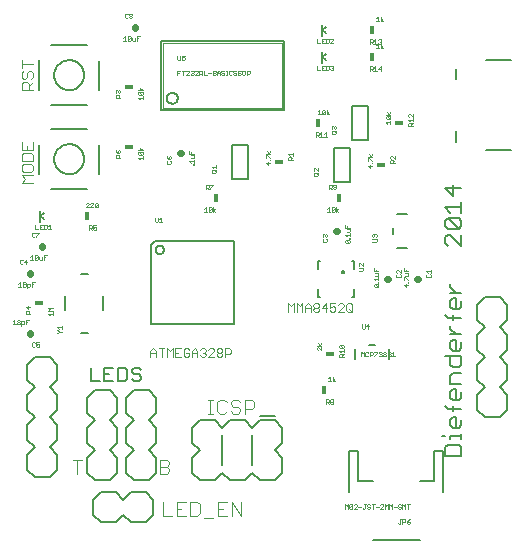
<source format=gto>
G75*
%MOIN*%
%OFA0B0*%
%FSLAX24Y24*%
%IPPOS*%
%LPD*%
%AMOC8*
5,1,8,0,0,1.08239X$1,22.5*
%
%ADD10C,0.0040*%
%ADD11C,0.0020*%
%ADD12C,0.0030*%
%ADD13C,0.0050*%
%ADD14C,0.0060*%
%ADD15C,0.0010*%
%ADD16C,0.0070*%
%ADD17C,0.0220*%
%ADD18R,0.0300X0.0180*%
%ADD19C,0.0080*%
%ADD20R,0.0180X0.0300*%
D10*
X003773Y003220D02*
X003773Y003680D01*
X003620Y003680D02*
X003927Y003680D01*
X006520Y003680D02*
X006520Y003220D01*
X006750Y003220D01*
X006827Y003297D01*
X006827Y003373D01*
X006750Y003450D01*
X006520Y003450D01*
X006750Y003450D02*
X006827Y003527D01*
X006827Y003604D01*
X006750Y003680D01*
X006520Y003680D01*
X006620Y002280D02*
X006620Y001820D01*
X006927Y001820D01*
X007080Y001820D02*
X007387Y001820D01*
X007541Y001820D02*
X007771Y001820D01*
X007848Y001897D01*
X007848Y002204D01*
X007771Y002280D01*
X007541Y002280D01*
X007541Y001820D01*
X007234Y002050D02*
X007080Y002050D01*
X007080Y002280D02*
X007080Y001820D01*
X007080Y002280D02*
X007387Y002280D01*
X008001Y001743D02*
X008308Y001743D01*
X008462Y001820D02*
X008768Y001820D01*
X008922Y001820D02*
X008922Y002280D01*
X009229Y001820D01*
X009229Y002280D01*
X008768Y002280D02*
X008462Y002280D01*
X008462Y001820D01*
X008462Y002050D02*
X008615Y002050D01*
X008669Y005220D02*
X008746Y005297D01*
X008669Y005220D02*
X008516Y005220D01*
X008439Y005297D01*
X008439Y005604D01*
X008516Y005680D01*
X008669Y005680D01*
X008746Y005604D01*
X008899Y005604D02*
X008976Y005680D01*
X009129Y005680D01*
X009206Y005604D01*
X009360Y005680D02*
X009590Y005680D01*
X009667Y005604D01*
X009667Y005450D01*
X009590Y005373D01*
X009360Y005373D01*
X009360Y005220D02*
X009360Y005680D01*
X009129Y005450D02*
X008976Y005450D01*
X008899Y005527D01*
X008899Y005604D01*
X009129Y005450D02*
X009206Y005373D01*
X009206Y005297D01*
X009129Y005220D01*
X008976Y005220D01*
X008899Y005297D01*
X008285Y005220D02*
X008132Y005220D01*
X008209Y005220D02*
X008209Y005680D01*
X008285Y005680D02*
X008132Y005680D01*
D11*
X008144Y007110D02*
X008330Y007297D01*
X008330Y007344D01*
X008284Y007390D01*
X008190Y007390D01*
X008144Y007344D01*
X008054Y007344D02*
X008054Y007297D01*
X008008Y007250D01*
X008054Y007203D01*
X008054Y007157D01*
X008008Y007110D01*
X007914Y007110D01*
X007867Y007157D01*
X007778Y007110D02*
X007778Y007297D01*
X007685Y007390D01*
X007591Y007297D01*
X007591Y007110D01*
X007502Y007157D02*
X007502Y007250D01*
X007408Y007250D01*
X007315Y007157D02*
X007362Y007110D01*
X007455Y007110D01*
X007502Y007157D01*
X007591Y007250D02*
X007778Y007250D01*
X007867Y007344D02*
X007914Y007390D01*
X008008Y007390D01*
X008054Y007344D01*
X008008Y007250D02*
X007961Y007250D01*
X008144Y007110D02*
X008330Y007110D01*
X008420Y007157D02*
X008420Y007203D01*
X008467Y007250D01*
X008560Y007250D01*
X008607Y007203D01*
X008607Y007157D01*
X008560Y007110D01*
X008467Y007110D01*
X008420Y007157D01*
X008467Y007250D02*
X008420Y007297D01*
X008420Y007344D01*
X008467Y007390D01*
X008560Y007390D01*
X008607Y007344D01*
X008607Y007297D01*
X008560Y007250D01*
X008696Y007203D02*
X008836Y007203D01*
X008883Y007250D01*
X008883Y007344D01*
X008836Y007390D01*
X008696Y007390D01*
X008696Y007110D01*
X007502Y007344D02*
X007455Y007390D01*
X007362Y007390D01*
X007315Y007344D01*
X007315Y007157D01*
X007226Y007110D02*
X007039Y007110D01*
X007039Y007390D01*
X007226Y007390D01*
X007132Y007250D02*
X007039Y007250D01*
X006949Y007390D02*
X006949Y007110D01*
X006762Y007110D02*
X006762Y007390D01*
X006856Y007297D01*
X006949Y007390D01*
X006673Y007390D02*
X006486Y007390D01*
X006580Y007390D02*
X006580Y007110D01*
X006397Y007110D02*
X006397Y007297D01*
X006303Y007390D01*
X006210Y007297D01*
X006210Y007110D01*
X006210Y007250D02*
X006397Y007250D01*
X010810Y008610D02*
X010810Y008890D01*
X010903Y008797D01*
X010997Y008890D01*
X010997Y008610D01*
X011086Y008610D02*
X011086Y008890D01*
X011180Y008797D01*
X011273Y008890D01*
X011273Y008610D01*
X011362Y008610D02*
X011362Y008797D01*
X011456Y008890D01*
X011549Y008797D01*
X011549Y008610D01*
X011639Y008657D02*
X011639Y008703D01*
X011685Y008750D01*
X011779Y008750D01*
X011826Y008703D01*
X011826Y008657D01*
X011779Y008610D01*
X011685Y008610D01*
X011639Y008657D01*
X011685Y008750D02*
X011639Y008797D01*
X011639Y008844D01*
X011685Y008890D01*
X011779Y008890D01*
X011826Y008844D01*
X011826Y008797D01*
X011779Y008750D01*
X011915Y008750D02*
X012102Y008750D01*
X012191Y008750D02*
X012191Y008890D01*
X012378Y008890D01*
X012467Y008844D02*
X012514Y008890D01*
X012608Y008890D01*
X012654Y008844D01*
X012654Y008797D01*
X012467Y008610D01*
X012654Y008610D01*
X012744Y008657D02*
X012744Y008844D01*
X012790Y008890D01*
X012884Y008890D01*
X012930Y008844D01*
X012930Y008657D01*
X012884Y008610D01*
X012790Y008610D01*
X012744Y008657D01*
X012837Y008703D02*
X012930Y008610D01*
X012378Y008657D02*
X012331Y008610D01*
X012238Y008610D01*
X012191Y008657D01*
X012191Y008750D02*
X012285Y008797D01*
X012331Y008797D01*
X012378Y008750D01*
X012378Y008657D01*
X012055Y008610D02*
X012055Y008890D01*
X011915Y008750D01*
X011549Y008750D02*
X011362Y008750D01*
X010583Y015412D02*
X006617Y015412D01*
X006617Y017588D01*
X010583Y017588D01*
X010583Y015412D01*
D12*
X002285Y016015D02*
X001915Y016015D01*
X001915Y016200D01*
X001976Y016262D01*
X002100Y016262D01*
X002162Y016200D01*
X002162Y016015D01*
X002162Y016138D02*
X002285Y016262D01*
X002223Y016383D02*
X002285Y016445D01*
X002285Y016568D01*
X002223Y016630D01*
X002162Y016630D01*
X002100Y016568D01*
X002100Y016445D01*
X002038Y016383D01*
X001976Y016383D01*
X001915Y016445D01*
X001915Y016568D01*
X001976Y016630D01*
X001915Y016752D02*
X001915Y016999D01*
X001915Y016875D02*
X002285Y016875D01*
X002285Y014267D02*
X002285Y014020D01*
X001915Y014020D01*
X001915Y014267D01*
X002100Y014143D02*
X002100Y014020D01*
X002223Y013899D02*
X001976Y013899D01*
X001915Y013837D01*
X001915Y013652D01*
X002285Y013652D01*
X002285Y013837D01*
X002223Y013899D01*
X002223Y013530D02*
X001976Y013530D01*
X001915Y013468D01*
X001915Y013345D01*
X001976Y013283D01*
X002223Y013283D01*
X002285Y013345D01*
X002285Y013468D01*
X002223Y013530D01*
X002285Y013162D02*
X001915Y013162D01*
X002038Y013038D01*
X001915Y012915D01*
X002285Y012915D01*
D13*
X004213Y006755D02*
X004213Y006305D01*
X004514Y006305D01*
X004674Y006305D02*
X004974Y006305D01*
X005134Y006305D02*
X005359Y006305D01*
X005434Y006380D01*
X005434Y006680D01*
X005359Y006755D01*
X005134Y006755D01*
X005134Y006305D01*
X004824Y006530D02*
X004674Y006530D01*
X004674Y006755D02*
X004674Y006305D01*
X004674Y006755D02*
X004974Y006755D01*
X005595Y006680D02*
X005595Y006605D01*
X005670Y006530D01*
X005820Y006530D01*
X005895Y006455D01*
X005895Y006380D01*
X005820Y006305D01*
X005670Y006305D01*
X005595Y006380D01*
X005595Y006680D02*
X005670Y006755D01*
X005820Y006755D01*
X005895Y006680D01*
X007600Y004750D02*
X007850Y005000D01*
X008350Y005000D01*
X008600Y004750D01*
X008850Y005000D01*
X009350Y005000D01*
X009600Y004750D01*
X009850Y005000D01*
X010350Y005000D01*
X010600Y004750D01*
X010600Y004250D01*
X010350Y004000D01*
X010600Y003750D01*
X010600Y003250D01*
X010350Y003000D01*
X009850Y003000D01*
X009600Y003250D01*
X009350Y003000D01*
X008850Y003000D01*
X008600Y003250D01*
X008350Y003000D01*
X007850Y003000D01*
X007600Y003250D01*
X007600Y003750D01*
X007850Y004000D01*
X007600Y004250D01*
X007600Y004750D01*
X008600Y004500D02*
X008600Y003500D01*
X009600Y003500D02*
X009600Y004500D01*
X009850Y005150D02*
X010350Y005150D01*
X012597Y009936D02*
X012599Y009948D01*
X012604Y009959D01*
X012613Y009968D01*
X012624Y009973D01*
X012636Y009975D01*
X012648Y009973D01*
X012659Y009968D01*
X012668Y009959D01*
X012673Y009948D01*
X012675Y009936D01*
X012673Y009924D01*
X012668Y009913D01*
X012659Y009904D01*
X012648Y009899D01*
X012636Y009897D01*
X012624Y009899D01*
X012613Y009904D01*
X012604Y009913D01*
X012599Y009924D01*
X012597Y009936D01*
X016025Y010907D02*
X016116Y010815D01*
X016025Y010907D02*
X016025Y011090D01*
X016116Y011182D01*
X016208Y011182D01*
X016575Y010815D01*
X016575Y011182D01*
X016483Y011368D02*
X016116Y011735D01*
X016483Y011735D01*
X016575Y011643D01*
X016575Y011459D01*
X016483Y011368D01*
X016116Y011368D01*
X016025Y011459D01*
X016025Y011643D01*
X016116Y011735D01*
X016208Y011920D02*
X016025Y012104D01*
X016575Y012104D01*
X016575Y012287D02*
X016575Y011920D01*
X016300Y012473D02*
X016300Y012839D01*
X016575Y012748D02*
X016025Y012748D01*
X016300Y012473D01*
X016208Y009525D02*
X016208Y009433D01*
X016392Y009250D01*
X016575Y009250D02*
X016208Y009250D01*
X016300Y009064D02*
X016392Y009064D01*
X016392Y008697D01*
X016483Y008697D02*
X016300Y008697D01*
X016208Y008789D01*
X016208Y008973D01*
X016300Y009064D01*
X016575Y008789D02*
X016483Y008697D01*
X016575Y008789D02*
X016575Y008973D01*
X016300Y008512D02*
X016300Y008329D01*
X016116Y008421D02*
X016025Y008512D01*
X016116Y008421D02*
X016575Y008421D01*
X016208Y008144D02*
X016208Y008052D01*
X016392Y007869D01*
X016575Y007869D02*
X016208Y007869D01*
X016300Y007683D02*
X016392Y007683D01*
X016392Y007316D01*
X016483Y007316D02*
X016300Y007316D01*
X016208Y007408D01*
X016208Y007591D01*
X016300Y007683D01*
X016575Y007591D02*
X016575Y007408D01*
X016483Y007316D01*
X016575Y007131D02*
X016575Y006855D01*
X016483Y006764D01*
X016300Y006764D01*
X016208Y006855D01*
X016208Y007131D01*
X016025Y007131D02*
X016575Y007131D01*
X016575Y006578D02*
X016300Y006578D01*
X016208Y006486D01*
X016208Y006211D01*
X016575Y006211D01*
X016392Y006026D02*
X016392Y005659D01*
X016483Y005659D02*
X016300Y005659D01*
X016208Y005750D01*
X016208Y005934D01*
X016300Y006026D01*
X016392Y006026D01*
X016575Y005934D02*
X016575Y005750D01*
X016483Y005659D01*
X016300Y005474D02*
X016300Y005290D01*
X016300Y005105D02*
X016392Y005105D01*
X016392Y004738D01*
X016483Y004738D02*
X016300Y004738D01*
X016208Y004830D01*
X016208Y005013D01*
X016300Y005105D01*
X016116Y005382D02*
X016025Y005474D01*
X016116Y005382D02*
X016575Y005382D01*
X016575Y005013D02*
X016575Y004830D01*
X016483Y004738D01*
X016575Y004553D02*
X016575Y004370D01*
X016575Y004461D02*
X016208Y004461D01*
X016208Y004370D01*
X016025Y004461D02*
X015933Y004461D01*
X016116Y004184D02*
X016025Y004092D01*
X016025Y003817D01*
X016575Y003817D01*
X016575Y004092D01*
X016483Y004184D01*
X016116Y004184D01*
D14*
X008980Y008220D02*
X006220Y008220D01*
X006220Y010840D01*
X006360Y010980D01*
X008980Y010980D01*
X008980Y008220D01*
X006379Y010680D02*
X006381Y010703D01*
X006387Y010726D01*
X006396Y010747D01*
X006409Y010767D01*
X006425Y010784D01*
X006443Y010798D01*
X006463Y010809D01*
X006485Y010817D01*
X006508Y010821D01*
X006532Y010821D01*
X006555Y010817D01*
X006577Y010809D01*
X006597Y010798D01*
X006615Y010784D01*
X006631Y010767D01*
X006644Y010747D01*
X006653Y010726D01*
X006659Y010703D01*
X006661Y010680D01*
X006659Y010657D01*
X006653Y010634D01*
X006644Y010613D01*
X006631Y010593D01*
X006615Y010576D01*
X006597Y010562D01*
X006577Y010551D01*
X006555Y010543D01*
X006532Y010539D01*
X006508Y010539D01*
X006485Y010543D01*
X006463Y010551D01*
X006443Y010562D01*
X006425Y010576D01*
X006409Y010593D01*
X006396Y010613D01*
X006387Y010634D01*
X006381Y010657D01*
X006379Y010680D01*
X008940Y013040D02*
X008940Y014160D01*
X009460Y014160D01*
X009460Y013040D01*
X008940Y013040D01*
X010647Y015348D02*
X006553Y015348D01*
X006553Y017652D01*
X010647Y017652D01*
X010647Y015348D01*
X012340Y014060D02*
X012340Y012940D01*
X012860Y012940D01*
X012860Y014060D01*
X012340Y014060D01*
X012940Y014340D02*
X012940Y015460D01*
X013460Y015460D01*
X013460Y014340D01*
X012940Y014340D01*
X006756Y015732D02*
X006758Y015758D01*
X006764Y015784D01*
X006773Y015809D01*
X006786Y015832D01*
X006802Y015853D01*
X006821Y015871D01*
X006843Y015887D01*
X006866Y015899D01*
X006891Y015907D01*
X006917Y015912D01*
X006944Y015913D01*
X006970Y015910D01*
X006995Y015903D01*
X007020Y015893D01*
X007042Y015879D01*
X007063Y015862D01*
X007080Y015843D01*
X007095Y015821D01*
X007106Y015797D01*
X007114Y015771D01*
X007118Y015745D01*
X007118Y015719D01*
X007114Y015693D01*
X007106Y015667D01*
X007095Y015643D01*
X007080Y015621D01*
X007063Y015602D01*
X007042Y015585D01*
X007020Y015571D01*
X006995Y015561D01*
X006970Y015554D01*
X006944Y015551D01*
X006917Y015552D01*
X006891Y015557D01*
X006866Y015565D01*
X006843Y015577D01*
X006821Y015593D01*
X006802Y015611D01*
X006786Y015632D01*
X006773Y015655D01*
X006764Y015680D01*
X006758Y015706D01*
X006756Y015732D01*
D15*
X005945Y015755D02*
X005795Y015755D01*
X005845Y015705D01*
X005945Y015705D02*
X005945Y015805D01*
X005920Y015852D02*
X005820Y015952D01*
X005920Y015952D01*
X005945Y015927D01*
X005945Y015877D01*
X005920Y015852D01*
X005820Y015852D01*
X005795Y015877D01*
X005795Y015927D01*
X005820Y015952D01*
X005795Y016000D02*
X005945Y016000D01*
X005895Y016000D02*
X005845Y016075D01*
X005895Y016000D02*
X005945Y016075D01*
X005195Y015977D02*
X005195Y015927D01*
X005170Y015902D01*
X005195Y015855D02*
X005145Y015805D01*
X005145Y015830D02*
X005145Y015755D01*
X005195Y015755D02*
X005045Y015755D01*
X005045Y015830D01*
X005070Y015855D01*
X005120Y015855D01*
X005145Y015830D01*
X005070Y015902D02*
X005045Y015927D01*
X005045Y015977D01*
X005070Y016002D01*
X005095Y016002D01*
X005120Y015977D01*
X005145Y016002D01*
X005170Y016002D01*
X005195Y015977D01*
X005120Y015977D02*
X005120Y015952D01*
X005305Y017655D02*
X005405Y017655D01*
X005355Y017655D02*
X005355Y017805D01*
X005305Y017755D01*
X005452Y017780D02*
X005452Y017680D01*
X005552Y017780D01*
X005552Y017680D01*
X005527Y017655D01*
X005477Y017655D01*
X005452Y017680D01*
X005452Y017780D02*
X005477Y017805D01*
X005527Y017805D01*
X005552Y017780D01*
X005600Y017755D02*
X005600Y017680D01*
X005625Y017655D01*
X005700Y017655D01*
X005700Y017755D01*
X005747Y017730D02*
X005797Y017730D01*
X005747Y017655D02*
X005747Y017805D01*
X005847Y017805D01*
X005577Y018405D02*
X005527Y018405D01*
X005502Y018430D01*
X005502Y018455D01*
X005527Y018480D01*
X005577Y018480D01*
X005602Y018455D01*
X005602Y018430D01*
X005577Y018405D01*
X005577Y018480D02*
X005602Y018505D01*
X005602Y018530D01*
X005577Y018555D01*
X005527Y018555D01*
X005502Y018530D01*
X005502Y018505D01*
X005527Y018480D01*
X005455Y018430D02*
X005430Y018405D01*
X005380Y018405D01*
X005355Y018430D01*
X005355Y018530D01*
X005380Y018555D01*
X005430Y018555D01*
X005455Y018530D01*
X007105Y017155D02*
X007105Y017030D01*
X007130Y017005D01*
X007180Y017005D01*
X007205Y017030D01*
X007205Y017155D01*
X007252Y017155D02*
X007252Y017080D01*
X007302Y017105D01*
X007327Y017105D01*
X007352Y017080D01*
X007352Y017030D01*
X007327Y017005D01*
X007277Y017005D01*
X007252Y017030D01*
X007252Y017155D02*
X007352Y017155D01*
X007352Y016655D02*
X007252Y016655D01*
X007205Y016655D02*
X007105Y016655D01*
X007105Y016505D01*
X007105Y016580D02*
X007155Y016580D01*
X007302Y016505D02*
X007302Y016655D01*
X007400Y016630D02*
X007425Y016655D01*
X007475Y016655D01*
X007500Y016630D01*
X007500Y016605D01*
X007400Y016505D01*
X007500Y016505D01*
X007547Y016530D02*
X007572Y016505D01*
X007622Y016505D01*
X007647Y016530D01*
X007647Y016555D01*
X007622Y016580D01*
X007597Y016580D01*
X007622Y016580D02*
X007647Y016605D01*
X007647Y016630D01*
X007622Y016655D01*
X007572Y016655D01*
X007547Y016630D01*
X007694Y016630D02*
X007719Y016655D01*
X007769Y016655D01*
X007794Y016630D01*
X007794Y016605D01*
X007694Y016505D01*
X007794Y016505D01*
X007842Y016505D02*
X007842Y016655D01*
X007917Y016655D01*
X007942Y016630D01*
X007942Y016580D01*
X007917Y016555D01*
X007842Y016555D01*
X007892Y016555D02*
X007942Y016505D01*
X007989Y016505D02*
X008089Y016505D01*
X008136Y016580D02*
X008236Y016580D01*
X008284Y016580D02*
X008359Y016580D01*
X008384Y016555D01*
X008384Y016530D01*
X008359Y016505D01*
X008284Y016505D01*
X008284Y016655D01*
X008359Y016655D01*
X008384Y016630D01*
X008384Y016605D01*
X008359Y016580D01*
X008431Y016580D02*
X008531Y016580D01*
X008531Y016605D02*
X008531Y016505D01*
X008578Y016530D02*
X008603Y016505D01*
X008653Y016505D01*
X008678Y016530D01*
X008678Y016555D01*
X008653Y016580D01*
X008603Y016580D01*
X008578Y016605D01*
X008578Y016630D01*
X008603Y016655D01*
X008653Y016655D01*
X008678Y016630D01*
X008726Y016655D02*
X008776Y016655D01*
X008751Y016655D02*
X008751Y016505D01*
X008726Y016505D02*
X008776Y016505D01*
X008824Y016530D02*
X008849Y016505D01*
X008899Y016505D01*
X008924Y016530D01*
X008971Y016530D02*
X008996Y016505D01*
X009046Y016505D01*
X009071Y016530D01*
X009071Y016555D01*
X009046Y016580D01*
X008996Y016580D01*
X008971Y016605D01*
X008971Y016630D01*
X008996Y016655D01*
X009046Y016655D01*
X009071Y016630D01*
X009118Y016630D02*
X009118Y016605D01*
X009143Y016580D01*
X009194Y016580D01*
X009219Y016555D01*
X009219Y016530D01*
X009194Y016505D01*
X009143Y016505D01*
X009118Y016530D01*
X009118Y016630D02*
X009143Y016655D01*
X009194Y016655D01*
X009219Y016630D01*
X009266Y016630D02*
X009266Y016530D01*
X009291Y016505D01*
X009341Y016505D01*
X009366Y016530D01*
X009366Y016630D01*
X009341Y016655D01*
X009291Y016655D01*
X009266Y016630D01*
X009413Y016655D02*
X009413Y016505D01*
X009413Y016555D02*
X009488Y016555D01*
X009513Y016580D01*
X009513Y016630D01*
X009488Y016655D01*
X009413Y016655D01*
X008924Y016630D02*
X008899Y016655D01*
X008849Y016655D01*
X008824Y016630D01*
X008824Y016530D01*
X008531Y016605D02*
X008481Y016655D01*
X008431Y016605D01*
X008431Y016505D01*
X007989Y016505D02*
X007989Y016655D01*
X007495Y013973D02*
X007495Y013873D01*
X007645Y013873D01*
X007645Y013826D02*
X007545Y013826D01*
X007570Y013873D02*
X007570Y013923D01*
X007645Y013826D02*
X007645Y013751D01*
X007620Y013726D01*
X007545Y013726D01*
X007495Y013629D02*
X007645Y013629D01*
X007645Y013579D02*
X007645Y013679D01*
X007545Y013579D02*
X007495Y013629D01*
X007620Y013530D02*
X007645Y013530D01*
X007645Y013505D01*
X007620Y013505D01*
X007620Y013530D01*
X008245Y013452D02*
X008395Y013452D01*
X008395Y013402D02*
X008395Y013502D01*
X008295Y013402D02*
X008245Y013452D01*
X008270Y013355D02*
X008370Y013355D01*
X008395Y013330D01*
X008395Y013280D01*
X008370Y013255D01*
X008270Y013255D01*
X008245Y013280D01*
X008245Y013330D01*
X008270Y013355D01*
X008345Y013305D02*
X008395Y013355D01*
X008302Y012855D02*
X008202Y012855D01*
X008155Y012830D02*
X008155Y012780D01*
X008130Y012755D01*
X008055Y012755D01*
X008055Y012705D02*
X008055Y012855D01*
X008130Y012855D01*
X008155Y012830D01*
X008105Y012755D02*
X008155Y012705D01*
X008202Y012705D02*
X008202Y012730D01*
X008302Y012830D01*
X008302Y012855D01*
X008300Y012105D02*
X008300Y011955D01*
X008300Y012005D02*
X008375Y012055D01*
X008300Y012005D02*
X008375Y011955D01*
X008252Y011980D02*
X008227Y011955D01*
X008177Y011955D01*
X008152Y011980D01*
X008252Y012080D01*
X008252Y011980D01*
X008152Y011980D02*
X008152Y012080D01*
X008177Y012105D01*
X008227Y012105D01*
X008252Y012080D01*
X008105Y011955D02*
X008005Y011955D01*
X008055Y011955D02*
X008055Y012105D01*
X008005Y012055D01*
X006602Y011605D02*
X006502Y011605D01*
X006552Y011605D02*
X006552Y011755D01*
X006502Y011705D01*
X006455Y011755D02*
X006455Y011630D01*
X006430Y011605D01*
X006380Y011605D01*
X006355Y011630D01*
X006355Y011755D01*
X006770Y013555D02*
X006870Y013555D01*
X006895Y013580D01*
X006895Y013630D01*
X006870Y013655D01*
X006870Y013702D02*
X006895Y013727D01*
X006895Y013777D01*
X006870Y013802D01*
X006845Y013802D01*
X006820Y013777D01*
X006820Y013702D01*
X006870Y013702D01*
X006820Y013702D02*
X006770Y013752D01*
X006745Y013802D01*
X006770Y013655D02*
X006745Y013630D01*
X006745Y013580D01*
X006770Y013555D01*
X005945Y013705D02*
X005945Y013805D01*
X005945Y013755D02*
X005795Y013755D01*
X005845Y013705D01*
X005820Y013852D02*
X005795Y013877D01*
X005795Y013927D01*
X005820Y013952D01*
X005920Y013852D01*
X005945Y013877D01*
X005945Y013927D01*
X005920Y013952D01*
X005820Y013952D01*
X005795Y014000D02*
X005945Y014000D01*
X005895Y014000D02*
X005845Y014075D01*
X005895Y014000D02*
X005945Y014075D01*
X005920Y013852D02*
X005820Y013852D01*
X005195Y013855D02*
X005145Y013805D01*
X005145Y013830D02*
X005145Y013755D01*
X005195Y013755D02*
X005045Y013755D01*
X005045Y013830D01*
X005070Y013855D01*
X005120Y013855D01*
X005145Y013830D01*
X005170Y013902D02*
X005195Y013927D01*
X005195Y013977D01*
X005170Y014002D01*
X005145Y014002D01*
X005120Y013977D01*
X005120Y013902D01*
X005170Y013902D01*
X005120Y013902D02*
X005070Y013952D01*
X005045Y014002D01*
X004433Y012245D02*
X004458Y012220D01*
X004358Y012120D01*
X004383Y012095D01*
X004433Y012095D01*
X004458Y012120D01*
X004458Y012220D01*
X004433Y012245D02*
X004383Y012245D01*
X004358Y012220D01*
X004358Y012120D01*
X004310Y012095D02*
X004210Y012095D01*
X004310Y012195D01*
X004310Y012220D01*
X004285Y012245D01*
X004235Y012245D01*
X004210Y012220D01*
X004163Y012220D02*
X004138Y012245D01*
X004088Y012245D01*
X004063Y012220D01*
X004163Y012220D02*
X004163Y012195D01*
X004063Y012095D01*
X004163Y012095D01*
X004160Y011495D02*
X004235Y011495D01*
X004260Y011470D01*
X004260Y011420D01*
X004235Y011395D01*
X004160Y011395D01*
X004160Y011345D02*
X004160Y011495D01*
X004210Y011395D02*
X004260Y011345D01*
X004308Y011370D02*
X004333Y011345D01*
X004383Y011345D01*
X004408Y011370D01*
X004408Y011420D01*
X004383Y011445D01*
X004358Y011445D01*
X004308Y011420D01*
X004308Y011495D01*
X004408Y011495D01*
X002908Y011370D02*
X002808Y011370D01*
X002858Y011370D02*
X002858Y011520D01*
X002808Y011470D01*
X002760Y011495D02*
X002735Y011520D01*
X002660Y011520D01*
X002660Y011370D01*
X002735Y011370D01*
X002760Y011395D01*
X002760Y011495D01*
X002613Y011520D02*
X002513Y011520D01*
X002513Y011370D01*
X002613Y011370D01*
X002563Y011445D02*
X002513Y011445D01*
X002466Y011370D02*
X002366Y011370D01*
X002366Y011520D01*
X002330Y011255D02*
X002280Y011255D01*
X002255Y011230D01*
X002255Y011130D01*
X002280Y011105D01*
X002330Y011105D01*
X002355Y011130D01*
X002402Y011130D02*
X002402Y011105D01*
X002402Y011130D02*
X002502Y011230D01*
X002502Y011255D01*
X002402Y011255D01*
X002355Y011230D02*
X002330Y011255D01*
X002377Y010505D02*
X002427Y010505D01*
X002452Y010480D01*
X002352Y010380D01*
X002377Y010355D01*
X002427Y010355D01*
X002452Y010380D01*
X002452Y010480D01*
X002500Y010455D02*
X002500Y010380D01*
X002525Y010355D01*
X002600Y010355D01*
X002600Y010455D01*
X002647Y010430D02*
X002697Y010430D01*
X002647Y010355D02*
X002647Y010505D01*
X002747Y010505D01*
X002377Y010505D02*
X002352Y010480D01*
X002352Y010380D01*
X002305Y010355D02*
X002205Y010355D01*
X002255Y010355D02*
X002255Y010505D01*
X002205Y010455D01*
X002077Y010355D02*
X002002Y010280D01*
X002102Y010280D01*
X002077Y010205D02*
X002077Y010355D01*
X001955Y010330D02*
X001930Y010355D01*
X001880Y010355D01*
X001855Y010330D01*
X001855Y010230D01*
X001880Y010205D01*
X001930Y010205D01*
X001955Y010230D01*
X001977Y009605D02*
X002027Y009605D01*
X002052Y009580D01*
X002052Y009555D01*
X002027Y009530D01*
X001977Y009530D01*
X001952Y009555D01*
X001952Y009580D01*
X001977Y009605D01*
X001977Y009530D02*
X001952Y009505D01*
X001952Y009480D01*
X001977Y009455D01*
X002027Y009455D01*
X002052Y009480D01*
X002052Y009505D01*
X002027Y009530D01*
X002100Y009555D02*
X002175Y009555D01*
X002200Y009530D01*
X002200Y009480D01*
X002175Y009455D01*
X002100Y009455D01*
X002100Y009405D02*
X002100Y009555D01*
X002247Y009530D02*
X002297Y009530D01*
X002247Y009455D02*
X002247Y009605D01*
X002347Y009605D01*
X001905Y009455D02*
X001805Y009455D01*
X001855Y009455D02*
X001855Y009605D01*
X001805Y009555D01*
X002045Y008777D02*
X002120Y008702D01*
X002120Y008802D01*
X002195Y008777D02*
X002045Y008777D01*
X002070Y008655D02*
X002120Y008655D01*
X002145Y008630D01*
X002145Y008555D01*
X002195Y008555D02*
X002045Y008555D01*
X002045Y008630D01*
X002070Y008655D01*
X002145Y008605D02*
X002195Y008655D01*
X002158Y008345D02*
X002058Y008345D01*
X002058Y008195D01*
X002010Y008220D02*
X001985Y008195D01*
X001910Y008195D01*
X001910Y008145D02*
X001910Y008295D01*
X001985Y008295D01*
X002010Y008270D01*
X002010Y008220D01*
X002058Y008270D02*
X002108Y008270D01*
X001863Y008245D02*
X001863Y008220D01*
X001838Y008195D01*
X001788Y008195D01*
X001763Y008220D01*
X001763Y008245D01*
X001788Y008270D01*
X001838Y008270D01*
X001863Y008245D01*
X001838Y008270D02*
X001863Y008295D01*
X001863Y008320D01*
X001838Y008345D01*
X001788Y008345D01*
X001763Y008320D01*
X001763Y008295D01*
X001788Y008270D01*
X001716Y008195D02*
X001616Y008195D01*
X001666Y008195D02*
X001666Y008345D01*
X001616Y008295D01*
X002285Y007595D02*
X002260Y007570D01*
X002260Y007470D01*
X002285Y007445D01*
X002335Y007445D01*
X002360Y007470D01*
X002408Y007470D02*
X002433Y007445D01*
X002483Y007445D01*
X002508Y007470D01*
X002508Y007520D01*
X002483Y007545D01*
X002458Y007545D01*
X002408Y007520D01*
X002408Y007595D01*
X002508Y007595D01*
X002360Y007570D02*
X002335Y007595D01*
X002285Y007595D01*
X003095Y007905D02*
X003120Y007905D01*
X003170Y007955D01*
X003245Y007955D01*
X003170Y007955D02*
X003120Y008005D01*
X003095Y008005D01*
X003145Y008052D02*
X003095Y008102D01*
X003245Y008102D01*
X003245Y008052D02*
X003245Y008152D01*
X002945Y008505D02*
X002945Y008605D01*
X002945Y008652D02*
X002795Y008652D01*
X002845Y008702D01*
X002795Y008752D01*
X002945Y008752D01*
X002945Y008555D02*
X002795Y008555D01*
X002845Y008505D01*
X010055Y013589D02*
X010130Y013514D01*
X010130Y013614D01*
X010180Y013661D02*
X010180Y013686D01*
X010205Y013686D01*
X010205Y013661D01*
X010180Y013661D01*
X010180Y013735D02*
X010205Y013735D01*
X010180Y013735D02*
X010080Y013835D01*
X010055Y013835D01*
X010055Y013735D01*
X010055Y013589D02*
X010205Y013589D01*
X010205Y013882D02*
X010055Y013882D01*
X010105Y013957D02*
X010155Y013882D01*
X010205Y013957D01*
X010805Y013858D02*
X010955Y013858D01*
X010955Y013808D02*
X010955Y013908D01*
X010855Y013808D02*
X010805Y013858D01*
X010830Y013760D02*
X010880Y013760D01*
X010905Y013735D01*
X010905Y013660D01*
X010955Y013660D02*
X010805Y013660D01*
X010805Y013735D01*
X010830Y013760D01*
X010905Y013710D02*
X010955Y013760D01*
X011645Y013377D02*
X011645Y013327D01*
X011670Y013302D01*
X011670Y013255D02*
X011770Y013255D01*
X011795Y013230D01*
X011795Y013180D01*
X011770Y013155D01*
X011670Y013155D01*
X011645Y013180D01*
X011645Y013230D01*
X011670Y013255D01*
X011745Y013205D02*
X011795Y013255D01*
X011795Y013302D02*
X011695Y013402D01*
X011670Y013402D01*
X011645Y013377D01*
X011795Y013402D02*
X011795Y013302D01*
X012155Y012855D02*
X012230Y012855D01*
X012255Y012830D01*
X012255Y012780D01*
X012230Y012755D01*
X012155Y012755D01*
X012155Y012705D02*
X012155Y012855D01*
X012205Y012755D02*
X012255Y012705D01*
X012302Y012730D02*
X012327Y012705D01*
X012377Y012705D01*
X012402Y012730D01*
X012402Y012830D01*
X012377Y012855D01*
X012327Y012855D01*
X012302Y012830D01*
X012302Y012805D01*
X012327Y012780D01*
X012402Y012780D01*
X012400Y012105D02*
X012400Y011955D01*
X012400Y012005D02*
X012475Y012055D01*
X012400Y012005D02*
X012475Y011955D01*
X012352Y011980D02*
X012327Y011955D01*
X012277Y011955D01*
X012252Y011980D01*
X012352Y012080D01*
X012352Y011980D01*
X012252Y011980D02*
X012252Y012080D01*
X012277Y012105D01*
X012327Y012105D01*
X012352Y012080D01*
X012205Y011955D02*
X012105Y011955D01*
X012155Y011955D02*
X012155Y012105D01*
X012105Y012055D01*
X012695Y011521D02*
X012695Y011421D01*
X012845Y011421D01*
X012845Y011373D02*
X012745Y011373D01*
X012770Y011421D02*
X012770Y011471D01*
X012845Y011373D02*
X012845Y011298D01*
X012820Y011273D01*
X012745Y011273D01*
X012695Y011176D02*
X012845Y011176D01*
X012845Y011126D02*
X012845Y011226D01*
X012745Y011126D02*
X012695Y011176D01*
X012820Y011077D02*
X012845Y011077D01*
X012845Y011052D01*
X012820Y011052D01*
X012820Y011077D01*
X012820Y011005D02*
X012845Y010980D01*
X012845Y010930D01*
X012820Y010905D01*
X012720Y011005D01*
X012820Y011005D01*
X012820Y010905D02*
X012720Y010905D01*
X012695Y010930D01*
X012695Y010980D01*
X012720Y011005D01*
X012095Y010980D02*
X012095Y011030D01*
X012070Y011055D01*
X012070Y011102D02*
X012095Y011127D01*
X012095Y011177D01*
X012070Y011202D01*
X012045Y011202D01*
X012020Y011177D01*
X012020Y011152D01*
X012020Y011177D02*
X011995Y011202D01*
X011970Y011202D01*
X011945Y011177D01*
X011945Y011127D01*
X011970Y011102D01*
X011970Y011055D02*
X011945Y011030D01*
X011945Y010980D01*
X011970Y010955D01*
X012070Y010955D01*
X012095Y010980D01*
X013153Y010204D02*
X013153Y010154D01*
X013178Y010129D01*
X013153Y010081D02*
X013278Y010081D01*
X013303Y010056D01*
X013303Y010006D01*
X013278Y009981D01*
X013153Y009981D01*
X013303Y010129D02*
X013203Y010229D01*
X013178Y010229D01*
X013153Y010204D01*
X013303Y010229D02*
X013303Y010129D01*
X013655Y010058D02*
X013655Y009958D01*
X013805Y009958D01*
X013805Y009910D02*
X013705Y009910D01*
X013730Y009958D02*
X013730Y010008D01*
X013805Y009910D02*
X013805Y009835D01*
X013780Y009810D01*
X013705Y009810D01*
X013655Y009713D02*
X013805Y009713D01*
X013805Y009663D02*
X013805Y009763D01*
X013705Y009663D02*
X013655Y009713D01*
X013780Y009614D02*
X013805Y009614D01*
X013805Y009589D01*
X013780Y009589D01*
X013780Y009614D01*
X013780Y009542D02*
X013805Y009517D01*
X013805Y009467D01*
X013780Y009442D01*
X013680Y009542D01*
X013780Y009542D01*
X013780Y009442D02*
X013680Y009442D01*
X013655Y009467D01*
X013655Y009517D01*
X013680Y009542D01*
X014405Y009785D02*
X014430Y009760D01*
X014530Y009760D01*
X014555Y009785D01*
X014555Y009835D01*
X014530Y009860D01*
X014555Y009908D02*
X014455Y010008D01*
X014430Y010008D01*
X014405Y009983D01*
X014405Y009933D01*
X014430Y009908D01*
X014430Y009860D02*
X014405Y009835D01*
X014405Y009785D01*
X014555Y009908D02*
X014555Y010008D01*
X014655Y009958D02*
X014655Y010058D01*
X014730Y010008D02*
X014730Y009958D01*
X014705Y009910D02*
X014805Y009910D01*
X014805Y009835D01*
X014780Y009810D01*
X014705Y009810D01*
X014680Y009763D02*
X014780Y009663D01*
X014805Y009663D01*
X014805Y009614D02*
X014805Y009589D01*
X014780Y009589D01*
X014780Y009614D01*
X014805Y009614D01*
X014805Y009517D02*
X014655Y009517D01*
X014730Y009442D01*
X014730Y009542D01*
X014655Y009663D02*
X014655Y009763D01*
X014680Y009763D01*
X014655Y009958D02*
X014805Y009958D01*
X015405Y009958D02*
X015555Y009958D01*
X015555Y009908D02*
X015555Y010008D01*
X015455Y009908D02*
X015405Y009958D01*
X015430Y009860D02*
X015405Y009835D01*
X015405Y009785D01*
X015430Y009760D01*
X015530Y009760D01*
X015555Y009785D01*
X015555Y009835D01*
X015530Y009860D01*
X013745Y010980D02*
X013745Y011030D01*
X013720Y011055D01*
X013595Y011055D01*
X013620Y011102D02*
X013595Y011127D01*
X013595Y011177D01*
X013620Y011202D01*
X013645Y011202D01*
X013670Y011177D01*
X013695Y011202D01*
X013720Y011202D01*
X013745Y011177D01*
X013745Y011127D01*
X013720Y011102D01*
X013670Y011152D02*
X013670Y011177D01*
X013745Y010980D02*
X013720Y010955D01*
X013595Y010955D01*
X013530Y013414D02*
X013530Y013514D01*
X013580Y013561D02*
X013580Y013586D01*
X013605Y013586D01*
X013605Y013561D01*
X013580Y013561D01*
X013580Y013635D02*
X013605Y013635D01*
X013580Y013635D02*
X013480Y013735D01*
X013455Y013735D01*
X013455Y013635D01*
X013455Y013489D02*
X013530Y013414D01*
X013605Y013489D02*
X013455Y013489D01*
X013455Y013782D02*
X013605Y013782D01*
X013555Y013782D02*
X013505Y013857D01*
X013555Y013782D02*
X013605Y013857D01*
X014205Y013783D02*
X014205Y013733D01*
X014230Y013708D01*
X014230Y013660D02*
X014280Y013660D01*
X014305Y013635D01*
X014305Y013560D01*
X014355Y013560D02*
X014205Y013560D01*
X014205Y013635D01*
X014230Y013660D01*
X014305Y013610D02*
X014355Y013660D01*
X014355Y013708D02*
X014255Y013808D01*
X014230Y013808D01*
X014205Y013783D01*
X014355Y013808D02*
X014355Y013708D01*
X014205Y014888D02*
X014205Y014988D01*
X014205Y014938D02*
X014055Y014938D01*
X014105Y014888D01*
X014080Y015035D02*
X014055Y015060D01*
X014055Y015110D01*
X014080Y015135D01*
X014180Y015035D01*
X014205Y015060D01*
X014205Y015110D01*
X014180Y015135D01*
X014080Y015135D01*
X014055Y015182D02*
X014205Y015182D01*
X014155Y015182D02*
X014105Y015257D01*
X014155Y015182D02*
X014205Y015257D01*
X014180Y015035D02*
X014080Y015035D01*
X014805Y015010D02*
X014955Y015010D01*
X014955Y014960D02*
X014955Y015060D01*
X014955Y015108D02*
X014855Y015208D01*
X014830Y015208D01*
X014805Y015183D01*
X014805Y015133D01*
X014830Y015108D01*
X014805Y015010D02*
X014855Y014960D01*
X014880Y014913D02*
X014905Y014888D01*
X014905Y014813D01*
X014955Y014813D02*
X014805Y014813D01*
X014805Y014888D01*
X014830Y014913D01*
X014880Y014913D01*
X014905Y014863D02*
X014955Y014913D01*
X014955Y015108D02*
X014955Y015208D01*
X013883Y016645D02*
X013883Y016795D01*
X013808Y016720D01*
X013908Y016720D01*
X013760Y016645D02*
X013660Y016645D01*
X013613Y016645D02*
X013563Y016695D01*
X013588Y016695D02*
X013513Y016695D01*
X013513Y016645D02*
X013513Y016795D01*
X013588Y016795D01*
X013613Y016770D01*
X013613Y016720D01*
X013588Y016695D01*
X013660Y016745D02*
X013710Y016795D01*
X013710Y016645D01*
X013735Y017395D02*
X013835Y017395D01*
X013882Y017395D02*
X013882Y017545D01*
X013883Y017545D02*
X013833Y017545D01*
X013808Y017570D01*
X013785Y017545D02*
X013785Y017395D01*
X013882Y017445D02*
X013957Y017495D01*
X013908Y017570D02*
X013883Y017545D01*
X013908Y017570D02*
X013908Y017595D01*
X013883Y017620D01*
X013858Y017620D01*
X013883Y017620D02*
X013908Y017645D01*
X013908Y017670D01*
X013883Y017695D01*
X013833Y017695D01*
X013808Y017670D01*
X013710Y017695D02*
X013710Y017545D01*
X013660Y017545D02*
X013760Y017545D01*
X013785Y017545D02*
X013735Y017495D01*
X013613Y017545D02*
X013563Y017595D01*
X013588Y017595D02*
X013513Y017595D01*
X013513Y017545D02*
X013513Y017695D01*
X013588Y017695D01*
X013613Y017670D01*
X013613Y017620D01*
X013588Y017595D01*
X013660Y017645D02*
X013710Y017695D01*
X013882Y017445D02*
X013957Y017395D01*
X013957Y018295D02*
X013882Y018345D01*
X013957Y018395D01*
X013882Y018445D02*
X013882Y018295D01*
X013835Y018295D02*
X013735Y018295D01*
X013785Y018295D02*
X013785Y018445D01*
X013735Y018395D01*
X012308Y017695D02*
X012283Y017720D01*
X012233Y017720D01*
X012208Y017695D01*
X012160Y017695D02*
X012135Y017720D01*
X012060Y017720D01*
X012060Y017570D01*
X012135Y017570D01*
X012160Y017595D01*
X012160Y017695D01*
X012208Y017570D02*
X012308Y017670D01*
X012308Y017695D01*
X012308Y017570D02*
X012208Y017570D01*
X012013Y017570D02*
X011913Y017570D01*
X011913Y017720D01*
X012013Y017720D01*
X011963Y017645D02*
X011913Y017645D01*
X011866Y017570D02*
X011766Y017570D01*
X011766Y017720D01*
X011766Y016820D02*
X011766Y016670D01*
X011866Y016670D01*
X011913Y016670D02*
X012013Y016670D01*
X012060Y016670D02*
X012135Y016670D01*
X012160Y016695D01*
X012160Y016795D01*
X012135Y016820D01*
X012060Y016820D01*
X012060Y016670D01*
X011963Y016745D02*
X011913Y016745D01*
X011913Y016820D02*
X011913Y016670D01*
X011913Y016820D02*
X012013Y016820D01*
X012208Y016795D02*
X012233Y016820D01*
X012283Y016820D01*
X012308Y016795D01*
X012308Y016770D01*
X012283Y016745D01*
X012308Y016720D01*
X012308Y016695D01*
X012283Y016670D01*
X012233Y016670D01*
X012208Y016695D01*
X012258Y016745D02*
X012283Y016745D01*
X012082Y015345D02*
X012082Y015195D01*
X012082Y015245D02*
X012157Y015295D01*
X012082Y015245D02*
X012157Y015195D01*
X012035Y015220D02*
X012010Y015195D01*
X011960Y015195D01*
X011935Y015220D01*
X012035Y015320D01*
X012035Y015220D01*
X011935Y015220D02*
X011935Y015320D01*
X011960Y015345D01*
X012010Y015345D01*
X012035Y015320D01*
X011888Y015195D02*
X011788Y015195D01*
X011838Y015195D02*
X011838Y015345D01*
X011788Y015295D01*
X012270Y014802D02*
X012295Y014802D01*
X012320Y014777D01*
X012345Y014802D01*
X012370Y014802D01*
X012395Y014777D01*
X012395Y014727D01*
X012370Y014702D01*
X012370Y014655D02*
X012395Y014630D01*
X012395Y014580D01*
X012370Y014555D01*
X012270Y014555D01*
X012245Y014580D01*
X012245Y014630D01*
X012270Y014655D01*
X012370Y014655D01*
X012395Y014655D02*
X012345Y014605D01*
X012270Y014702D02*
X012245Y014727D01*
X012245Y014777D01*
X012270Y014802D01*
X012320Y014777D02*
X012320Y014752D01*
X012058Y014595D02*
X012058Y014445D01*
X012008Y014445D02*
X012108Y014445D01*
X012008Y014545D02*
X012058Y014595D01*
X011910Y014595D02*
X011910Y014445D01*
X011860Y014445D02*
X011960Y014445D01*
X011860Y014545D02*
X011910Y014595D01*
X011813Y014570D02*
X011813Y014520D01*
X011788Y014495D01*
X011713Y014495D01*
X011713Y014445D02*
X011713Y014595D01*
X011788Y014595D01*
X011813Y014570D01*
X011763Y014495D02*
X011813Y014445D01*
X013255Y008205D02*
X013255Y008080D01*
X013280Y008055D01*
X013330Y008055D01*
X013355Y008080D01*
X013355Y008205D01*
X013402Y008130D02*
X013502Y008130D01*
X013477Y008055D02*
X013477Y008205D01*
X013402Y008130D01*
X013402Y007280D02*
X013377Y007255D01*
X013377Y007155D01*
X013402Y007130D01*
X013452Y007130D01*
X013477Y007155D01*
X013525Y007130D02*
X013525Y007280D01*
X013600Y007280D01*
X013625Y007255D01*
X013625Y007205D01*
X013600Y007180D01*
X013525Y007180D01*
X013477Y007255D02*
X013452Y007280D01*
X013402Y007280D01*
X013330Y007280D02*
X013330Y007130D01*
X013230Y007130D02*
X013230Y007280D01*
X013280Y007230D01*
X013330Y007280D01*
X013672Y007280D02*
X013772Y007280D01*
X013772Y007255D01*
X013672Y007155D01*
X013672Y007130D01*
X013819Y007155D02*
X013844Y007130D01*
X013894Y007130D01*
X013919Y007155D01*
X013919Y007180D01*
X013894Y007205D01*
X013869Y007205D01*
X013894Y007205D02*
X013919Y007230D01*
X013919Y007255D01*
X013894Y007280D01*
X013844Y007280D01*
X013819Y007255D01*
X013967Y007255D02*
X013992Y007280D01*
X014042Y007280D01*
X014067Y007255D01*
X014067Y007230D01*
X014042Y007205D01*
X013992Y007205D01*
X013967Y007230D01*
X013967Y007255D01*
X013992Y007205D02*
X013967Y007180D01*
X013967Y007155D01*
X013992Y007130D01*
X014042Y007130D01*
X014067Y007155D01*
X014067Y007180D01*
X014042Y007205D01*
X014114Y007155D02*
X014139Y007130D01*
X014189Y007130D01*
X014214Y007155D01*
X014214Y007180D01*
X014189Y007205D01*
X014164Y007205D01*
X014189Y007205D02*
X014214Y007230D01*
X014214Y007255D01*
X014189Y007280D01*
X014139Y007280D01*
X014114Y007255D01*
X014261Y007230D02*
X014311Y007280D01*
X014311Y007130D01*
X014261Y007130D02*
X014361Y007130D01*
X012655Y007113D02*
X012505Y007113D01*
X012505Y007188D01*
X012530Y007213D01*
X012580Y007213D01*
X012605Y007188D01*
X012605Y007113D01*
X012605Y007163D02*
X012655Y007213D01*
X012655Y007260D02*
X012655Y007360D01*
X012655Y007310D02*
X012505Y007310D01*
X012555Y007260D01*
X012530Y007408D02*
X012505Y007433D01*
X012505Y007483D01*
X012530Y007508D01*
X012630Y007408D01*
X012655Y007433D01*
X012655Y007483D01*
X012630Y007508D01*
X012530Y007508D01*
X012530Y007408D02*
X012630Y007408D01*
X011905Y007435D02*
X011905Y007335D01*
X011805Y007435D01*
X011780Y007435D01*
X011755Y007410D01*
X011755Y007360D01*
X011780Y007335D01*
X011755Y007482D02*
X011905Y007482D01*
X011855Y007482D02*
X011805Y007557D01*
X011855Y007482D02*
X011905Y007557D01*
X012185Y006445D02*
X012185Y006295D01*
X012135Y006295D02*
X012235Y006295D01*
X012282Y006295D02*
X012282Y006445D01*
X012357Y006395D02*
X012282Y006345D01*
X012357Y006295D01*
X012185Y006445D02*
X012135Y006395D01*
X012135Y005695D02*
X012060Y005695D01*
X012060Y005545D01*
X012060Y005595D02*
X012135Y005595D01*
X012160Y005620D01*
X012160Y005670D01*
X012135Y005695D01*
X012208Y005670D02*
X012208Y005645D01*
X012233Y005620D01*
X012283Y005620D01*
X012308Y005595D01*
X012308Y005570D01*
X012283Y005545D01*
X012233Y005545D01*
X012208Y005570D01*
X012208Y005595D01*
X012233Y005620D01*
X012283Y005620D02*
X012308Y005645D01*
X012308Y005670D01*
X012283Y005695D01*
X012233Y005695D01*
X012208Y005670D01*
X012110Y005595D02*
X012160Y005545D01*
X012695Y002195D02*
X012745Y002145D01*
X012795Y002195D01*
X012795Y002045D01*
X012842Y002070D02*
X012943Y002170D01*
X012943Y002070D01*
X012918Y002045D01*
X012867Y002045D01*
X012842Y002070D01*
X012842Y002170D01*
X012867Y002195D01*
X012918Y002195D01*
X012943Y002170D01*
X012990Y002170D02*
X013015Y002195D01*
X013065Y002195D01*
X013090Y002170D01*
X013090Y002145D01*
X012990Y002045D01*
X013090Y002045D01*
X013137Y002120D02*
X013237Y002120D01*
X013284Y002070D02*
X013309Y002045D01*
X013334Y002045D01*
X013359Y002070D01*
X013359Y002195D01*
X013334Y002195D02*
X013384Y002195D01*
X013432Y002170D02*
X013432Y002145D01*
X013457Y002120D01*
X013507Y002120D01*
X013532Y002095D01*
X013532Y002070D01*
X013507Y002045D01*
X013457Y002045D01*
X013432Y002070D01*
X013432Y002170D02*
X013457Y002195D01*
X013507Y002195D01*
X013532Y002170D01*
X013579Y002195D02*
X013679Y002195D01*
X013629Y002195D02*
X013629Y002045D01*
X013726Y002120D02*
X013826Y002120D01*
X013874Y002170D02*
X013899Y002195D01*
X013949Y002195D01*
X013974Y002170D01*
X013974Y002145D01*
X013874Y002045D01*
X013974Y002045D01*
X014021Y002045D02*
X014021Y002195D01*
X014071Y002145D01*
X014121Y002195D01*
X014121Y002045D01*
X014168Y002045D02*
X014168Y002195D01*
X014218Y002145D01*
X014268Y002195D01*
X014268Y002045D01*
X014316Y002120D02*
X014416Y002120D01*
X014463Y002145D02*
X014488Y002120D01*
X014538Y002120D01*
X014563Y002095D01*
X014563Y002070D01*
X014538Y002045D01*
X014488Y002045D01*
X014463Y002070D01*
X014463Y002145D02*
X014463Y002170D01*
X014488Y002195D01*
X014538Y002195D01*
X014563Y002170D01*
X014610Y002195D02*
X014660Y002145D01*
X014710Y002195D01*
X014710Y002045D01*
X014808Y002045D02*
X014808Y002195D01*
X014758Y002195D02*
X014858Y002195D01*
X014610Y002195D02*
X014610Y002045D01*
X014610Y001695D02*
X014685Y001695D01*
X014710Y001670D01*
X014710Y001620D01*
X014685Y001595D01*
X014610Y001595D01*
X014610Y001545D02*
X014610Y001695D01*
X014563Y001695D02*
X014513Y001695D01*
X014538Y001695D02*
X014538Y001570D01*
X014513Y001545D01*
X014488Y001545D01*
X014463Y001570D01*
X014758Y001570D02*
X014783Y001545D01*
X014833Y001545D01*
X014858Y001570D01*
X014858Y001595D01*
X014833Y001620D01*
X014758Y001620D01*
X014758Y001570D01*
X014758Y001620D02*
X014808Y001670D01*
X014858Y001695D01*
X012695Y002045D02*
X012695Y002195D01*
D16*
X012929Y009109D02*
X012991Y009109D01*
X012991Y009368D01*
X012991Y010032D02*
X012991Y010291D01*
X012929Y010291D01*
X011871Y010291D02*
X011809Y010291D01*
X011809Y010032D01*
X011809Y009368D02*
X011809Y009109D01*
X011871Y009109D01*
D17*
X012388Y011300D02*
X012412Y011300D01*
X014088Y009700D02*
X014112Y009700D01*
X015088Y009700D02*
X015112Y009700D01*
X007212Y013900D02*
X007188Y013900D01*
X005700Y018088D02*
X005700Y018112D01*
X002600Y010812D02*
X002600Y010788D01*
X002200Y009912D02*
X002200Y009888D01*
X002200Y007912D02*
X002200Y007888D01*
D18*
X002500Y008900D03*
X005500Y014100D03*
X005500Y016100D03*
X010500Y013600D03*
X013900Y013500D03*
X014500Y014900D03*
X012200Y007200D03*
D19*
X002850Y003100D02*
X002350Y003100D01*
X002100Y003350D01*
X002100Y003850D01*
X002350Y004100D01*
X002100Y004350D01*
X002100Y004850D01*
X002350Y005100D01*
X002100Y005350D01*
X002100Y005850D01*
X002350Y006100D01*
X002100Y006350D01*
X002100Y006850D01*
X002350Y007100D01*
X002850Y007100D01*
X003100Y006850D01*
X003100Y006350D01*
X002850Y006100D01*
X003100Y005850D01*
X003100Y005350D01*
X002850Y005100D01*
X003100Y004850D01*
X003100Y004350D01*
X002850Y004100D01*
X003100Y003850D01*
X003100Y003350D01*
X002850Y003100D01*
X004100Y003250D02*
X004350Y003000D01*
X004850Y003000D01*
X005100Y003250D01*
X005100Y003750D01*
X004850Y004000D01*
X005100Y004250D01*
X005100Y004750D01*
X004850Y005000D01*
X005100Y005250D01*
X005100Y005750D01*
X004850Y006000D01*
X004350Y006000D01*
X004100Y005750D01*
X004100Y005250D01*
X004350Y005000D01*
X004100Y004750D01*
X004100Y004250D01*
X004350Y004000D01*
X004100Y003750D01*
X004100Y003250D01*
X004550Y002600D02*
X005050Y002600D01*
X005300Y002350D01*
X005550Y002600D01*
X006050Y002600D01*
X006300Y002350D01*
X006300Y001850D01*
X006050Y001600D01*
X005550Y001600D01*
X005300Y001850D01*
X005050Y001600D01*
X004550Y001600D01*
X004300Y001850D01*
X004300Y002350D01*
X004550Y002600D01*
X005400Y003250D02*
X005650Y003000D01*
X006150Y003000D01*
X006400Y003250D01*
X006400Y003750D01*
X006150Y004000D01*
X006400Y004250D01*
X006400Y004750D01*
X006150Y005000D01*
X006400Y005250D01*
X006400Y005750D01*
X006150Y006000D01*
X005650Y006000D01*
X005400Y005750D01*
X005400Y005250D01*
X005650Y005000D01*
X005400Y004750D01*
X005400Y004250D01*
X005650Y004000D01*
X005400Y003750D01*
X005400Y003250D01*
X004118Y007916D02*
X003882Y007916D01*
X003370Y008664D02*
X003370Y009136D01*
X003882Y009884D02*
X004118Y009884D01*
X004630Y009136D02*
X004630Y008664D01*
X002533Y011619D02*
X002533Y011800D01*
X002655Y011892D01*
X002533Y011981D02*
X002533Y011800D01*
X002539Y011790D02*
X002655Y011714D01*
X002894Y012700D02*
X004106Y012700D01*
X004500Y013200D02*
X004500Y014188D01*
X004106Y014700D02*
X002894Y014700D01*
X002500Y014188D02*
X002500Y013212D01*
X003000Y013700D02*
X003002Y013744D01*
X003008Y013788D01*
X003018Y013831D01*
X003031Y013873D01*
X003048Y013914D01*
X003069Y013953D01*
X003093Y013990D01*
X003120Y014025D01*
X003150Y014057D01*
X003183Y014087D01*
X003219Y014113D01*
X003256Y014137D01*
X003296Y014156D01*
X003337Y014173D01*
X003380Y014185D01*
X003423Y014194D01*
X003467Y014199D01*
X003511Y014200D01*
X003555Y014197D01*
X003599Y014190D01*
X003642Y014179D01*
X003684Y014165D01*
X003724Y014147D01*
X003763Y014125D01*
X003799Y014101D01*
X003833Y014073D01*
X003865Y014042D01*
X003894Y014008D01*
X003920Y013972D01*
X003942Y013934D01*
X003961Y013894D01*
X003976Y013852D01*
X003988Y013810D01*
X003996Y013766D01*
X004000Y013722D01*
X004000Y013678D01*
X003996Y013634D01*
X003988Y013590D01*
X003976Y013548D01*
X003961Y013506D01*
X003942Y013466D01*
X003920Y013428D01*
X003894Y013392D01*
X003865Y013358D01*
X003833Y013327D01*
X003799Y013299D01*
X003763Y013275D01*
X003724Y013253D01*
X003684Y013235D01*
X003642Y013221D01*
X003599Y013210D01*
X003555Y013203D01*
X003511Y013200D01*
X003467Y013201D01*
X003423Y013206D01*
X003380Y013215D01*
X003337Y013227D01*
X003296Y013244D01*
X003256Y013263D01*
X003219Y013287D01*
X003183Y013313D01*
X003150Y013343D01*
X003120Y013375D01*
X003093Y013410D01*
X003069Y013447D01*
X003048Y013486D01*
X003031Y013527D01*
X003018Y013569D01*
X003008Y013612D01*
X003002Y013656D01*
X003000Y013700D01*
X002894Y015500D02*
X004106Y015500D01*
X004500Y016012D02*
X004500Y016988D01*
X004106Y017500D02*
X002894Y017500D01*
X002500Y017000D02*
X002500Y016012D01*
X003000Y016500D02*
X003002Y016544D01*
X003008Y016588D01*
X003018Y016631D01*
X003031Y016673D01*
X003048Y016714D01*
X003069Y016753D01*
X003093Y016790D01*
X003120Y016825D01*
X003150Y016857D01*
X003183Y016887D01*
X003219Y016913D01*
X003256Y016937D01*
X003296Y016956D01*
X003337Y016973D01*
X003380Y016985D01*
X003423Y016994D01*
X003467Y016999D01*
X003511Y017000D01*
X003555Y016997D01*
X003599Y016990D01*
X003642Y016979D01*
X003684Y016965D01*
X003724Y016947D01*
X003763Y016925D01*
X003799Y016901D01*
X003833Y016873D01*
X003865Y016842D01*
X003894Y016808D01*
X003920Y016772D01*
X003942Y016734D01*
X003961Y016694D01*
X003976Y016652D01*
X003988Y016610D01*
X003996Y016566D01*
X004000Y016522D01*
X004000Y016478D01*
X003996Y016434D01*
X003988Y016390D01*
X003976Y016348D01*
X003961Y016306D01*
X003942Y016266D01*
X003920Y016228D01*
X003894Y016192D01*
X003865Y016158D01*
X003833Y016127D01*
X003799Y016099D01*
X003763Y016075D01*
X003724Y016053D01*
X003684Y016035D01*
X003642Y016021D01*
X003599Y016010D01*
X003555Y016003D01*
X003511Y016000D01*
X003467Y016001D01*
X003423Y016006D01*
X003380Y016015D01*
X003337Y016027D01*
X003296Y016044D01*
X003256Y016063D01*
X003219Y016087D01*
X003183Y016113D01*
X003150Y016143D01*
X003120Y016175D01*
X003093Y016210D01*
X003069Y016247D01*
X003048Y016286D01*
X003031Y016327D01*
X003018Y016369D01*
X003008Y016412D01*
X003002Y016456D01*
X003000Y016500D01*
X011933Y016919D02*
X011933Y017100D01*
X012055Y017192D01*
X011933Y017281D02*
X011933Y017100D01*
X011939Y017090D02*
X012055Y017014D01*
X011933Y017819D02*
X011933Y018000D01*
X012055Y018092D01*
X011933Y018181D02*
X011933Y018000D01*
X011939Y017990D02*
X012055Y017914D01*
X016401Y016720D02*
X016401Y016366D01*
X017385Y016996D02*
X018212Y016996D01*
X016401Y014634D02*
X016401Y014280D01*
X017385Y014004D02*
X018212Y014004D01*
X014769Y011860D02*
X014431Y011860D01*
X014281Y011406D02*
X014281Y011194D01*
X014431Y010740D02*
X014769Y010740D01*
X017100Y008850D02*
X017350Y009100D01*
X017850Y009100D01*
X018100Y008850D01*
X018100Y008350D01*
X017850Y008100D01*
X018100Y007850D01*
X018100Y007350D01*
X017850Y007100D01*
X018100Y006850D01*
X018100Y006350D01*
X017850Y006100D01*
X018100Y005850D01*
X018100Y005350D01*
X017850Y005100D01*
X017350Y005100D01*
X017100Y005350D01*
X017100Y005850D01*
X017350Y006100D01*
X017100Y006350D01*
X017100Y006850D01*
X017350Y007100D01*
X017100Y007350D01*
X017100Y007850D01*
X017350Y008100D01*
X017100Y008350D01*
X017100Y008850D01*
X014160Y007369D02*
X014160Y007031D01*
X013706Y007519D02*
X013494Y007519D01*
X013040Y007369D02*
X013040Y007031D01*
X013140Y003972D02*
X012825Y003972D01*
X012825Y002594D01*
X013140Y002987D02*
X013140Y003972D01*
X013140Y002987D02*
X013613Y002987D01*
X015187Y002987D02*
X015660Y002987D01*
X015660Y003972D01*
X015975Y003972D01*
X015975Y002594D01*
X015187Y001019D02*
X013613Y001019D01*
D20*
X012000Y006000D03*
X012500Y012400D03*
X011800Y014900D03*
X013600Y017100D03*
X013600Y018000D03*
X008400Y012400D03*
X004100Y011800D03*
M02*

</source>
